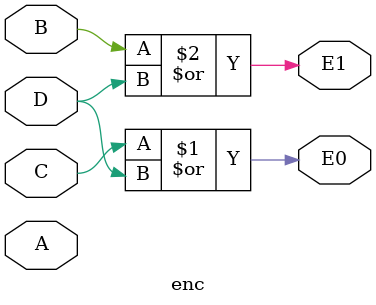
<source format=v>
`timescale 1ns / 1ps

module enc(
    input A,
    input B,
    input C,
    input D,
    output E0,
    output E1
    );

assign E0 = C | D;
assign E1 = B | D;

endmodule
</source>
